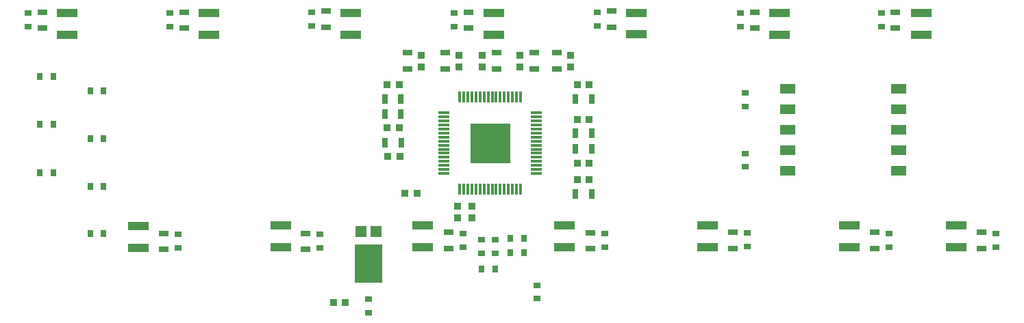
<source format=gtp>
G04*
G04 #@! TF.GenerationSoftware,Altium Limited,Altium Designer,21.2.2 (38)*
G04*
G04 Layer_Color=8421504*
%FSLAX25Y25*%
%MOIN*%
G70*
G04*
G04 #@! TF.SameCoordinates,7E302BD7-B57C-4E89-9E1E-63AC0990036A*
G04*
G04*
G04 #@! TF.FilePolarity,Positive*
G04*
G01*
G75*
%ADD15R,0.02756X0.03347*%
%ADD16R,0.04921X0.02953*%
%ADD17R,0.10236X0.04331*%
%ADD18R,0.02953X0.04921*%
%ADD19R,0.03740X0.03740*%
%ADD20R,0.03740X0.03740*%
%ADD21R,0.03740X0.02953*%
%ADD22R,0.05807X0.01181*%
%ADD23R,0.01181X0.05807*%
%ADD24R,0.19685X0.19685*%
%ADD25R,0.13228X0.19134*%
%ADD26R,0.05472X0.05512*%
%ADD27R,0.03347X0.02756*%
%ADD28R,0.02953X0.03740*%
%ADD29R,0.07441X0.05000*%
D15*
X41248Y144000D02*
D03*
X34752D02*
D03*
X59252Y90200D02*
D03*
X65748D02*
D03*
X263752Y58000D02*
D03*
X270248D02*
D03*
X59252Y136800D02*
D03*
X65748D02*
D03*
X263752Y64800D02*
D03*
X270248D02*
D03*
X41248Y120500D02*
D03*
X34752D02*
D03*
X59252Y67200D02*
D03*
X65748D02*
D03*
X59252Y113700D02*
D03*
X65748D02*
D03*
X41200Y97100D02*
D03*
X34704D02*
D03*
D16*
X94933Y59563D02*
D03*
Y67437D02*
D03*
X233500Y60063D02*
D03*
Y67937D02*
D03*
X372000D02*
D03*
Y60063D02*
D03*
X493000Y67937D02*
D03*
Y60063D02*
D03*
X105000Y167563D02*
D03*
Y175437D02*
D03*
X243200Y167563D02*
D03*
Y175437D02*
D03*
X382500Y167563D02*
D03*
Y175437D02*
D03*
X213487Y147721D02*
D03*
Y155595D02*
D03*
X275094Y147721D02*
D03*
Y155595D02*
D03*
X164000Y67437D02*
D03*
Y59563D02*
D03*
X302500Y67685D02*
D03*
Y59811D02*
D03*
X441000Y67937D02*
D03*
Y60063D02*
D03*
X231787Y155595D02*
D03*
Y147721D02*
D03*
X35936Y167563D02*
D03*
Y175437D02*
D03*
X173936Y167963D02*
D03*
Y175837D02*
D03*
X313000Y175989D02*
D03*
Y168115D02*
D03*
X451000Y175437D02*
D03*
Y167563D02*
D03*
X256834Y147721D02*
D03*
Y155595D02*
D03*
X286093Y147721D02*
D03*
Y155595D02*
D03*
D17*
X152000Y60500D02*
D03*
Y71130D02*
D03*
X290000Y60685D02*
D03*
Y71315D02*
D03*
X428500Y60685D02*
D03*
Y71315D02*
D03*
X48000Y174815D02*
D03*
Y164185D02*
D03*
X186000Y174900D02*
D03*
Y164270D02*
D03*
X325000Y175115D02*
D03*
Y164485D02*
D03*
X463500Y174815D02*
D03*
Y164185D02*
D03*
X82433Y60433D02*
D03*
Y71063D02*
D03*
X221000Y60685D02*
D03*
Y71315D02*
D03*
X359700Y60785D02*
D03*
Y71415D02*
D03*
X480500Y60685D02*
D03*
Y71315D02*
D03*
X117064Y174815D02*
D03*
Y164185D02*
D03*
X255700Y174815D02*
D03*
Y164185D02*
D03*
X394500Y174815D02*
D03*
Y164185D02*
D03*
D18*
X210385Y133000D02*
D03*
X202511D02*
D03*
X295315Y116187D02*
D03*
X303189D02*
D03*
X295315Y108607D02*
D03*
X303189D02*
D03*
X210536Y111600D02*
D03*
X202662D02*
D03*
X303189Y86594D02*
D03*
X295315D02*
D03*
X210396Y125593D02*
D03*
X202521D02*
D03*
X295321Y133000D02*
D03*
X303194D02*
D03*
D19*
X212200Y87100D02*
D03*
X218106D02*
D03*
X302000Y123093D02*
D03*
X296094D02*
D03*
X203894Y105100D02*
D03*
X209800D02*
D03*
X203658Y118999D02*
D03*
X209564D02*
D03*
X302000Y101700D02*
D03*
X296094D02*
D03*
X203700Y140000D02*
D03*
X209606D02*
D03*
X302000Y93500D02*
D03*
X296094D02*
D03*
X302006Y140000D02*
D03*
X296100D02*
D03*
X177500Y33500D02*
D03*
X183405D02*
D03*
D20*
X238693Y154405D02*
D03*
Y148500D02*
D03*
X249928Y154405D02*
D03*
Y148500D02*
D03*
X293000Y154405D02*
D03*
Y148500D02*
D03*
X237897Y74871D02*
D03*
Y80776D02*
D03*
X245000Y74871D02*
D03*
Y80776D02*
D03*
X220393Y154405D02*
D03*
Y148500D02*
D03*
X268093Y154405D02*
D03*
Y148500D02*
D03*
D21*
X101840Y66941D02*
D03*
Y60248D02*
D03*
X240500Y67347D02*
D03*
Y60654D02*
D03*
X379000Y67500D02*
D03*
Y60807D02*
D03*
X500000Y67347D02*
D03*
Y60654D02*
D03*
X98000Y168154D02*
D03*
Y174846D02*
D03*
X236200Y168154D02*
D03*
Y174846D02*
D03*
X375593Y168154D02*
D03*
Y174846D02*
D03*
X29000Y168154D02*
D03*
Y174846D02*
D03*
X171000Y66847D02*
D03*
Y60154D02*
D03*
X309500Y67347D02*
D03*
Y60654D02*
D03*
X448000Y67347D02*
D03*
Y60654D02*
D03*
X167000Y168553D02*
D03*
Y175247D02*
D03*
X306000Y168454D02*
D03*
Y175146D02*
D03*
X444094Y168154D02*
D03*
Y174846D02*
D03*
D22*
X276388Y96639D02*
D03*
Y98608D02*
D03*
Y100576D02*
D03*
Y102545D02*
D03*
Y104513D02*
D03*
Y106482D02*
D03*
Y108450D02*
D03*
Y110419D02*
D03*
Y112387D02*
D03*
Y114356D02*
D03*
Y116324D02*
D03*
Y118293D02*
D03*
Y120261D02*
D03*
Y122230D02*
D03*
Y124198D02*
D03*
Y126167D02*
D03*
X231207D02*
D03*
Y124198D02*
D03*
Y122230D02*
D03*
Y120261D02*
D03*
Y118293D02*
D03*
Y116324D02*
D03*
Y114356D02*
D03*
Y112387D02*
D03*
Y110419D02*
D03*
Y108450D02*
D03*
Y106482D02*
D03*
Y104513D02*
D03*
Y102545D02*
D03*
Y100576D02*
D03*
Y98608D02*
D03*
Y96639D02*
D03*
D23*
X268561Y133994D02*
D03*
X266593D02*
D03*
X264624D02*
D03*
X262656D02*
D03*
X260687D02*
D03*
X258719D02*
D03*
X256750D02*
D03*
X254782D02*
D03*
X252813D02*
D03*
X250845D02*
D03*
X248876D02*
D03*
X246908D02*
D03*
X244939D02*
D03*
X242971D02*
D03*
X241002D02*
D03*
X239034D02*
D03*
Y88813D02*
D03*
X241002D02*
D03*
X242971D02*
D03*
X244939D02*
D03*
X246908D02*
D03*
X248876D02*
D03*
X250845D02*
D03*
X252813D02*
D03*
X254782D02*
D03*
X256750D02*
D03*
X258719D02*
D03*
X260687D02*
D03*
X262656D02*
D03*
X264624D02*
D03*
X266593D02*
D03*
X268561D02*
D03*
D24*
X253798Y111403D02*
D03*
D25*
X194500Y52701D02*
D03*
D26*
X190878Y68378D02*
D03*
X198122D02*
D03*
D27*
X378000Y135848D02*
D03*
Y129352D02*
D03*
X249500Y57677D02*
D03*
Y64173D02*
D03*
X378000Y99852D02*
D03*
Y106348D02*
D03*
X256210Y57677D02*
D03*
Y64173D02*
D03*
X276500Y42000D02*
D03*
Y35504D02*
D03*
X194500Y35248D02*
D03*
Y28752D02*
D03*
D28*
X249654Y49917D02*
D03*
X256347D02*
D03*
D29*
X398451Y137797D02*
D03*
Y127797D02*
D03*
Y117798D02*
D03*
Y107798D02*
D03*
Y97798D02*
D03*
X452742D02*
D03*
Y107798D02*
D03*
Y117798D02*
D03*
Y127797D02*
D03*
Y137797D02*
D03*
M02*

</source>
